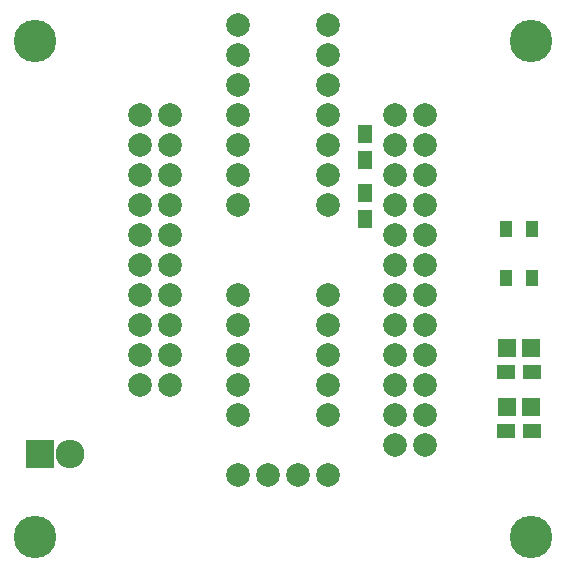
<source format=gts>
G04 #@! TF.FileFunction,Soldermask,Top*
%FSLAX46Y46*%
G04 Gerber Fmt 4.6, Leading zero omitted, Abs format (unit mm)*
G04 Created by KiCad (PCBNEW 4.0.0-rc1-stable) date 2016/05/03 6:10:00*
%MOMM*%
G01*
G04 APERTURE LIST*
%ADD10C,0.100000*%
%ADD11C,2.000000*%
%ADD12C,3.600000*%
%ADD13R,1.598880X1.598880*%
%ADD14R,1.300000X1.600000*%
%ADD15R,1.600000X1.300000*%
%ADD16R,1.050000X1.450000*%
%ADD17R,2.432000X2.432000*%
%ADD18O,2.432000X2.432000*%
G04 APERTURE END LIST*
D10*
D11*
X34525000Y27000000D03*
X15475000Y27000000D03*
X37065000Y27000000D03*
X34525000Y24460000D03*
X34525000Y21920000D03*
X34525000Y19380000D03*
X34525000Y16840000D03*
X34525000Y14300000D03*
X37065000Y14300000D03*
X37065000Y16840000D03*
X37065000Y19380000D03*
X37065000Y21920000D03*
X37065000Y24460000D03*
X34525000Y11760000D03*
X37065000Y11760000D03*
X34525000Y29540000D03*
X34525000Y32080000D03*
X34525000Y34620000D03*
X34525000Y37160000D03*
X34525000Y39700000D03*
X37065000Y39700000D03*
X37065000Y37160000D03*
X37065000Y34620000D03*
X37065000Y32080000D03*
X37065000Y29540000D03*
X15475000Y24460000D03*
X15475000Y21920000D03*
X15475000Y19380000D03*
X15475000Y16840000D03*
X12935000Y16840000D03*
X12935000Y19380000D03*
X12935000Y21920000D03*
X12935000Y24460000D03*
X12935000Y27000000D03*
X12935000Y29540000D03*
X15475000Y29540000D03*
X15475000Y32080000D03*
X15475000Y34620000D03*
X15475000Y37160000D03*
X15475000Y39700000D03*
X12935000Y39700000D03*
X12935000Y37160000D03*
X12935000Y34620000D03*
X12935000Y32080000D03*
X23730000Y9220000D03*
X26270000Y9220000D03*
X28810000Y9220000D03*
X21190000Y9220000D03*
D12*
X46000000Y46000000D03*
X4000000Y46000000D03*
X4000000Y4000000D03*
D13*
X43950980Y20000000D03*
X46049020Y20000000D03*
X43950980Y15000000D03*
X46049020Y15000000D03*
D14*
X32000000Y30900000D03*
X32000000Y33100000D03*
X32000000Y35900000D03*
X32000000Y38100000D03*
D15*
X46100000Y18000000D03*
X43900000Y18000000D03*
X46100000Y13000000D03*
X43900000Y13000000D03*
D16*
X46075000Y30075000D03*
X46075000Y25925000D03*
X43925000Y30075000D03*
X43925000Y25925000D03*
D12*
X46000000Y4000000D03*
D17*
X4460000Y11000000D03*
D18*
X7000000Y11000000D03*
D11*
X21190000Y24460000D03*
X21190000Y21920000D03*
X21190000Y19380000D03*
X21190000Y16840000D03*
X21190000Y14300000D03*
X28810000Y14300000D03*
X28810000Y16840000D03*
X28810000Y19380000D03*
X28810000Y21920000D03*
X28810000Y24460000D03*
X21190000Y47320000D03*
X21190000Y44780000D03*
X21190000Y42240000D03*
X21190000Y39700000D03*
X21190000Y37160000D03*
X21190000Y34620000D03*
X21190000Y32080000D03*
X28810000Y32080000D03*
X28810000Y34620000D03*
X28810000Y37160000D03*
X28810000Y39700000D03*
X28810000Y42240000D03*
X28810000Y44780000D03*
X28810000Y47320000D03*
M02*

</source>
